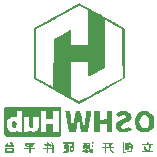
<source format=gbo>
G04 Layer: BottomSilkLayer*
G04 EasyEDA v6.3.53, 2020-06-11T19:48:03+08:00*
G04 f0918c685c5a4818851a522c051890eb,45e1048b23574a55a66a4e5d38cdb7dd,10*
G04 Gerber Generator version 0.2*
G04 Scale: 100 percent, Rotated: No, Reflected: No *
G04 Dimensions in inches *
G04 leading zeros omitted , absolute positions ,2 integer and 4 decimal *
%FSLAX24Y24*%
%MOIN*%
G90*
G70D02*


%LPD*%

%LPD*%
G36*
G01X7363Y8199D02*
G01X7359Y8199D01*
G01X7357Y8198D01*
G01X7354Y8197D01*
G01X7349Y8194D01*
G01X7342Y8190D01*
G01X7334Y8186D01*
G01X7324Y8180D01*
G01X7313Y8173D01*
G01X7300Y8166D01*
G01X7285Y8158D01*
G01X7269Y8150D01*
G01X7252Y8140D01*
G01X7234Y8130D01*
G01X7214Y8119D01*
G01X7193Y8107D01*
G01X7171Y8095D01*
G01X7123Y8069D01*
G01X7098Y8055D01*
G01X7044Y8025D01*
G01X7016Y8009D01*
G01X6987Y7993D01*
G01X6957Y7976D01*
G01X6895Y7942D01*
G01X6863Y7924D01*
G01X6797Y7888D01*
G01X6763Y7869D01*
G01X6728Y7850D01*
G01X6694Y7830D01*
G01X6659Y7811D01*
G01X6627Y7794D01*
G01X6596Y7776D01*
G01X6565Y7759D01*
G01X6535Y7742D01*
G01X6504Y7726D01*
G01X6474Y7709D01*
G01X6387Y7661D01*
G01X6359Y7646D01*
G01X6331Y7630D01*
G01X6305Y7616D01*
G01X6278Y7601D01*
G01X6252Y7587D01*
G01X6227Y7573D01*
G01X6202Y7560D01*
G01X6156Y7534D01*
G01X6134Y7522D01*
G01X6112Y7511D01*
G01X6072Y7489D01*
G01X6053Y7479D01*
G01X6036Y7469D01*
G01X6019Y7460D01*
G01X6003Y7452D01*
G01X5989Y7444D01*
G01X5963Y7430D01*
G01X5952Y7425D01*
G01X5942Y7419D01*
G01X5933Y7415D01*
G01X5926Y7411D01*
G01X5919Y7408D01*
G01X5914Y7405D01*
G01X5911Y7404D01*
G01X5850Y7377D01*
G01X5850Y5684D01*
G01X5964Y5627D01*
G01X5974Y5621D01*
G01X5985Y5616D01*
G01X5997Y5609D01*
G01X6010Y5602D01*
G01X6040Y5586D01*
G01X6056Y5577D01*
G01X6092Y5557D01*
G01X6111Y5547D01*
G01X6131Y5536D01*
G01X6152Y5525D01*
G01X6174Y5513D01*
G01X6197Y5500D01*
G01X6220Y5488D01*
G01X6244Y5474D01*
G01X6269Y5461D01*
G01X6294Y5447D01*
G01X6320Y5432D01*
G01X6347Y5418D01*
G01X6374Y5403D01*
G01X6402Y5388D01*
G01X6458Y5356D01*
G01X6516Y5324D01*
G01X6546Y5308D01*
G01X6576Y5291D01*
G01X6606Y5275D01*
G01X6636Y5258D01*
G01X6667Y5241D01*
G01X6697Y5223D01*
G01X7370Y4850D01*
G01X7481Y4911D01*
G01X7487Y4915D01*
G01X7494Y4919D01*
G01X7502Y4923D01*
G01X7511Y4928D01*
G01X7522Y4934D01*
G01X7534Y4941D01*
G01X7547Y4948D01*
G01X7560Y4956D01*
G01X7576Y4964D01*
G01X7591Y4973D01*
G01X7608Y4982D01*
G01X7626Y4992D01*
G01X7645Y5003D01*
G01X7664Y5013D01*
G01X7685Y5025D01*
G01X7706Y5036D01*
G01X7728Y5048D01*
G01X7774Y5074D01*
G01X7798Y5087D01*
G01X7822Y5101D01*
G01X7848Y5115D01*
G01X7873Y5129D01*
G01X7981Y5189D01*
G01X8009Y5205D01*
G01X8038Y5221D01*
G01X8066Y5236D01*
G01X8095Y5253D01*
G01X8124Y5269D01*
G01X8154Y5285D01*
G01X8183Y5301D01*
G01X8213Y5318D01*
G01X8243Y5334D01*
G01X8893Y5696D01*
G01X8893Y7357D01*
G01X8510Y7573D01*
G01X8492Y7583D01*
G01X8473Y7593D01*
G01X8435Y7615D01*
G01X8415Y7626D01*
G01X8394Y7637D01*
G01X8331Y7673D01*
G01X8287Y7697D01*
G01X8242Y7723D01*
G01X8219Y7735D01*
G01X8197Y7748D01*
G01X8174Y7761D01*
G01X8151Y7773D01*
G01X8059Y7825D01*
G01X8037Y7838D01*
G01X8014Y7850D01*
G01X7992Y7863D01*
G01X7969Y7875D01*
G01X7926Y7899D01*
G01X7884Y7923D01*
G01X7863Y7934D01*
G01X7843Y7946D01*
G01X7823Y7957D01*
G01X7804Y7967D01*
G01X7785Y7978D01*
G01X7767Y7988D01*
G01X7750Y7998D01*
G01X7711Y8019D01*
G01X7674Y8040D01*
G01X7602Y8078D01*
G01X7569Y8096D01*
G01X7537Y8113D01*
G01X7507Y8129D01*
G01X7480Y8143D01*
G01X7455Y8156D01*
G01X7432Y8168D01*
G01X7411Y8178D01*
G01X7394Y8186D01*
G01X7381Y8192D01*
G01X7370Y8197D01*
G01X7363Y8199D01*
G37*

%LPC*%
G36*
G01X8240Y7642D02*
G01X8220Y7643D01*
G01X8220Y6045D01*
G01X7668Y5735D01*
G01X7653Y6250D01*
G01X7089Y6250D01*
G01X7089Y5076D01*
G01X7373Y4930D01*
G01X7776Y5153D01*
G01X7797Y5165D01*
G01X7819Y5177D01*
G01X7841Y5190D01*
G01X7864Y5202D01*
G01X7910Y5228D01*
G01X7982Y5267D01*
G01X8006Y5281D01*
G01X8031Y5294D01*
G01X8056Y5308D01*
G01X8080Y5321D01*
G01X8154Y5362D01*
G01X8178Y5376D01*
G01X8203Y5389D01*
G01X8227Y5402D01*
G01X8250Y5415D01*
G01X8274Y5428D01*
G01X8297Y5440D01*
G01X8319Y5453D01*
G01X8363Y5477D01*
G01X8384Y5488D01*
G01X8404Y5500D01*
G01X8424Y5510D01*
G01X8443Y5521D01*
G01X8461Y5531D01*
G01X8479Y5540D01*
G01X8496Y5549D01*
G01X8812Y5721D01*
G01X8806Y6530D01*
G01X8799Y7338D01*
G01X8530Y7488D01*
G01X8493Y7509D01*
G01X8458Y7529D01*
G01X8424Y7547D01*
G01X8391Y7565D01*
G01X8361Y7581D01*
G01X8334Y7596D01*
G01X8309Y7609D01*
G01X8255Y7636D01*
G01X8246Y7640D01*
G01X8240Y7642D01*
G37*
G36*
G01X7364Y8121D02*
G01X7358Y8121D01*
G01X7342Y8113D01*
G01X7331Y8107D01*
G01X7317Y8099D01*
G01X7301Y8090D01*
G01X7282Y8080D01*
G01X7262Y8069D01*
G01X7239Y8056D01*
G01X7214Y8042D01*
G01X7188Y8028D01*
G01X7160Y8012D01*
G01X7130Y7996D01*
G01X7098Y7979D01*
G01X7066Y7961D01*
G01X7032Y7942D01*
G01X6997Y7923D01*
G01X6961Y7903D01*
G01X6924Y7882D01*
G01X6887Y7862D01*
G01X6863Y7849D01*
G01X6839Y7835D01*
G01X6814Y7822D01*
G01X6790Y7808D01*
G01X6740Y7780D01*
G01X6664Y7738D01*
G01X6639Y7725D01*
G01X6514Y7655D01*
G01X6490Y7642D01*
G01X6467Y7629D01*
G01X6443Y7616D01*
G01X6397Y7590D01*
G01X6375Y7578D01*
G01X6354Y7566D01*
G01X6333Y7555D01*
G01X6293Y7533D01*
G01X6275Y7522D01*
G01X6256Y7512D01*
G01X6239Y7503D01*
G01X6223Y7494D01*
G01X6208Y7485D01*
G01X6193Y7477D01*
G01X6180Y7470D01*
G01X5931Y7331D01*
G01X5931Y5721D01*
G01X6189Y5579D01*
G01X6224Y5560D01*
G01X6258Y5542D01*
G01X6291Y5524D01*
G01X6322Y5507D01*
G01X6352Y5491D01*
G01X6378Y5477D01*
G01X6402Y5464D01*
G01X6442Y5444D01*
G01X6456Y5436D01*
G01X6465Y5432D01*
G01X6471Y5429D01*
G01X6496Y5421D01*
G01X6510Y7009D01*
G01X6779Y7158D01*
G01X6816Y7178D01*
G01X6851Y7198D01*
G01X6885Y7216D01*
G01X6918Y7234D01*
G01X6948Y7250D01*
G01X6975Y7264D01*
G01X7000Y7277D01*
G01X7022Y7288D01*
G01X7040Y7296D01*
G01X7054Y7303D01*
G01X7064Y7307D01*
G01X7069Y7308D01*
G01X7089Y7308D01*
G01X7089Y6792D01*
G01X7655Y6792D01*
G01X7655Y7974D01*
G01X7513Y8051D01*
G01X7485Y8066D01*
G01X7457Y8080D01*
G01X7432Y8092D01*
G01X7409Y8103D01*
G01X7390Y8112D01*
G01X7375Y8118D01*
G01X7364Y8121D01*
G37*

%LPD*%
G36*
G01X7056Y4599D02*
G01X6894Y4599D01*
G01X6909Y4541D01*
G01X6912Y4531D01*
G01X6915Y4517D01*
G01X6918Y4499D01*
G01X6923Y4478D01*
G01X6927Y4454D01*
G01X6932Y4428D01*
G01X6938Y4400D01*
G01X6943Y4369D01*
G01X6949Y4338D01*
G01X6955Y4305D01*
G01X6961Y4271D01*
G01X6973Y4204D01*
G01X6979Y4171D01*
G01X6985Y4139D01*
G01X6991Y4108D01*
G01X6997Y4079D01*
G01X7002Y4051D01*
G01X7007Y4026D01*
G01X7011Y4004D01*
G01X7016Y3984D01*
G01X7019Y3968D01*
G01X7022Y3956D01*
G01X7025Y3948D01*
G01X7039Y3903D01*
G01X7244Y3903D01*
G01X7278Y4076D01*
G01X7285Y4113D01*
G01X7293Y4148D01*
G01X7300Y4182D01*
G01X7307Y4214D01*
G01X7314Y4242D01*
G01X7321Y4267D01*
G01X7326Y4286D01*
G01X7330Y4299D01*
G01X7348Y4347D01*
G01X7384Y4157D01*
G01X7391Y4118D01*
G01X7398Y4081D01*
G01X7406Y4046D01*
G01X7413Y4013D01*
G01X7419Y3985D01*
G01X7424Y3962D01*
G01X7429Y3945D01*
G01X7432Y3935D01*
G01X7445Y3903D01*
G01X7644Y3903D01*
G01X7689Y4141D01*
G01X7699Y4191D01*
G01X7703Y4217D01*
G01X7713Y4268D01*
G01X7718Y4293D01*
G01X7722Y4318D01*
G01X7726Y4342D01*
G01X7731Y4365D01*
G01X7735Y4387D01*
G01X7738Y4408D01*
G01X7742Y4428D01*
G01X7745Y4446D01*
G01X7747Y4463D01*
G01X7750Y4477D01*
G01X7752Y4489D01*
G01X7769Y4599D01*
G01X7607Y4599D01*
G01X7577Y4405D01*
G01X7569Y4351D01*
G01X7565Y4323D01*
G01X7562Y4297D01*
G01X7558Y4271D01*
G01X7556Y4246D01*
G01X7553Y4223D01*
G01X7551Y4202D01*
G01X7549Y4182D01*
G01X7547Y4165D01*
G01X7546Y4151D01*
G01X7546Y4140D01*
G01X7545Y4070D01*
G01X7523Y4109D01*
G01X7519Y4116D01*
G01X7515Y4127D01*
G01X7510Y4142D01*
G01X7505Y4159D01*
G01X7499Y4180D01*
G01X7493Y4203D01*
G01X7486Y4228D01*
G01X7480Y4254D01*
G01X7473Y4282D01*
G01X7459Y4342D01*
G01X7452Y4373D01*
G01X7404Y4599D01*
G01X7256Y4599D01*
G01X7160Y4109D01*
G01X7123Y4109D01*
G01X7104Y4296D01*
G01X7100Y4335D01*
G01X7096Y4373D01*
G01X7091Y4410D01*
G01X7087Y4445D01*
G01X7082Y4476D01*
G01X7078Y4504D01*
G01X7074Y4526D01*
G01X7071Y4541D01*
G01X7056Y4599D01*
G37*

%LPD*%
G36*
G01X8059Y4599D02*
G01X7870Y4599D01*
G01X7870Y3903D01*
G01X8059Y3903D01*
G01X8059Y4186D01*
G01X8301Y4186D01*
G01X8301Y3903D01*
G01X8463Y3903D01*
G01X8463Y4599D01*
G01X8304Y4599D01*
G01X8296Y4463D01*
G01X8287Y4328D01*
G01X8059Y4312D01*
G01X8059Y4599D01*
G37*

%LPD*%
G36*
G01X8940Y4599D02*
G01X8756Y4599D01*
G01X8674Y4559D01*
G01X8592Y4518D01*
G01X8637Y4471D01*
G01X8681Y4424D01*
G01X8831Y4478D01*
G01X8876Y4462D01*
G01X8920Y4446D01*
G01X8920Y4375D01*
G01X8806Y4327D01*
G01X8782Y4317D01*
G01X8758Y4306D01*
G01X8734Y4294D01*
G01X8711Y4282D01*
G01X8690Y4271D01*
G01X8672Y4260D01*
G01X8656Y4251D01*
G01X8644Y4242D01*
G01X8597Y4204D01*
G01X8597Y4009D01*
G01X8739Y3903D01*
G01X8972Y3903D01*
G01X9040Y3932D01*
G01X9109Y3962D01*
G01X9109Y3994D01*
G01X9106Y4008D01*
G01X9098Y4024D01*
G01X9087Y4040D01*
G01X9073Y4053D01*
G01X9038Y4081D01*
G01X8844Y4024D01*
G01X8759Y4056D01*
G01X8759Y4124D01*
G01X8907Y4194D01*
G01X9056Y4264D01*
G01X9110Y4400D01*
G01X9094Y4447D01*
G01X9079Y4494D01*
G01X9009Y4547D01*
G01X8940Y4599D01*
G37*

%LPD*%
G36*
G01X9673Y4599D02*
G01X9461Y4599D01*
G01X9325Y4540D01*
G01X9245Y4422D01*
G01X9228Y4323D01*
G01X9211Y4223D01*
G01X9242Y4115D01*
G01X9272Y4008D01*
G01X9342Y3955D01*
G01X9412Y3903D01*
G01X9673Y3903D01*
G01X9761Y3978D01*
G01X9850Y4053D01*
G01X9850Y4448D01*
G01X9761Y4524D01*
G01X9673Y4599D01*
G37*

%LPC*%
G36*
G01X9594Y4470D02*
G01X9494Y4470D01*
G01X9453Y4425D01*
G01X9435Y4403D01*
G01X9418Y4376D01*
G01X9403Y4348D01*
G01X9393Y4321D01*
G01X9374Y4263D01*
G01X9392Y4185D01*
G01X9410Y4108D01*
G01X9490Y4032D01*
G01X9618Y4032D01*
G01X9660Y4089D01*
G01X9701Y4146D01*
G01X9701Y4367D01*
G01X9594Y4470D01*
G37*

%LPD*%
G36*
G01X6730Y4754D02*
G01X4883Y4754D01*
G01X4866Y4669D01*
G01X4850Y4583D01*
G01X4858Y4190D01*
G01X4867Y3797D01*
G01X4948Y3748D01*
G01X6681Y3748D01*
G01X6766Y3779D01*
G01X6766Y4719D01*
G01X6748Y4737D01*
G01X6730Y4754D01*
G37*

%LPC*%
G36*
G01X5446Y4599D02*
G01X5284Y4599D01*
G01X5284Y4365D01*
G01X5232Y4392D01*
G01X5209Y4402D01*
G01X5183Y4411D01*
G01X5158Y4416D01*
G01X5137Y4419D01*
G01X5094Y4419D01*
G01X5027Y4355D01*
G01X4961Y4292D01*
G01X4961Y4086D01*
G01X5014Y3953D01*
G01X5084Y3923D01*
G01X5153Y3892D01*
G01X5311Y3950D01*
G01X5311Y3903D01*
G01X5446Y3903D01*
G01X5446Y4599D01*
G37*
G36*
G01X5688Y4393D02*
G01X5527Y4393D01*
G01X5527Y3903D01*
G01X5657Y3903D01*
G01X5667Y3930D01*
G01X5676Y3958D01*
G01X5748Y3927D01*
G01X5819Y3896D01*
G01X5952Y3928D01*
G01X5982Y4009D01*
G01X6012Y4091D01*
G01X6012Y4393D01*
G01X5823Y4393D01*
G01X5823Y4032D01*
G01X5788Y4032D01*
G01X5772Y4034D01*
G01X5754Y4040D01*
G01X5736Y4050D01*
G01X5721Y4062D01*
G01X5688Y4093D01*
G01X5688Y4393D01*
G37*
G36*
G01X6254Y4599D02*
G01X6093Y4599D01*
G01X6093Y3903D01*
G01X6254Y3903D01*
G01X6254Y4186D01*
G01X6496Y4186D01*
G01X6496Y3903D01*
G01X6685Y3903D01*
G01X6685Y4599D01*
G01X6496Y4599D01*
G01X6496Y4341D01*
G01X6254Y4341D01*
G01X6254Y4599D01*
G37*

%LPD*%
G36*
G01X5188Y4290D02*
G01X5151Y4290D01*
G01X5134Y4225D01*
G01X5117Y4161D01*
G01X5134Y4094D01*
G01X5152Y4028D01*
G01X5211Y4036D01*
G01X5271Y4044D01*
G01X5288Y4215D01*
G01X5256Y4253D01*
G01X5241Y4267D01*
G01X5223Y4278D01*
G01X5204Y4286D01*
G01X5188Y4290D01*
G37*

%LPD*%
G36*
G01X7846Y3567D02*
G01X7819Y3567D01*
G01X7807Y3565D01*
G01X7795Y3559D01*
G01X7784Y3551D01*
G01X7776Y3541D01*
G01X7759Y3515D01*
G01X7786Y3515D01*
G01X7798Y3517D01*
G01X7810Y3523D01*
G01X7821Y3531D01*
G01X7830Y3541D01*
G01X7846Y3567D01*
G37*

%LPD*%
G36*
G01X7827Y3462D02*
G01X7816Y3464D01*
G01X7806Y3462D01*
G01X7797Y3456D01*
G01X7791Y3448D01*
G01X7789Y3438D01*
G01X7791Y3428D01*
G01X7797Y3420D01*
G01X7806Y3414D01*
G01X7816Y3412D01*
G01X7827Y3414D01*
G01X7835Y3420D01*
G01X7841Y3428D01*
G01X7843Y3438D01*
G01X7841Y3448D01*
G01X7835Y3456D01*
G01X7827Y3462D01*
G37*

%LPD*%
G36*
G01X5144Y3535D02*
G01X5084Y3596D01*
G01X5064Y3540D01*
G01X5130Y3464D01*
G01X4988Y3464D01*
G01X4988Y3549D01*
G01X4934Y3503D01*
G01X4913Y3483D01*
G01X4896Y3465D01*
G01X4885Y3450D01*
G01X4880Y3440D01*
G01X4880Y3423D01*
G01X5204Y3411D01*
G01X5204Y3442D01*
G01X5199Y3459D01*
G01X5186Y3482D01*
G01X5167Y3509D01*
G01X5144Y3535D01*
G37*

%LPD*%
G36*
G01X9067Y3560D02*
G01X9053Y3564D01*
G01X9039Y3561D01*
G01X9024Y3550D01*
G01X9008Y3534D01*
G01X8989Y3510D01*
G01X8947Y3452D01*
G01X8947Y3541D01*
G01X8893Y3541D01*
G01X8893Y3309D01*
G01X8947Y3309D01*
G01X8955Y3451D01*
G01X8967Y3380D01*
G01X8978Y3309D01*
G01X9053Y3309D01*
G01X9038Y3348D01*
G01X9022Y3386D01*
G01X9082Y3386D01*
G01X9082Y3252D01*
G01X9014Y3268D01*
G01X8947Y3284D01*
G01X8947Y3232D01*
G01X9130Y3232D01*
G01X9153Y3451D01*
G01X9114Y3509D01*
G01X9097Y3533D01*
G01X9082Y3550D01*
G01X9067Y3560D01*
G37*

%LPC*%
G36*
G01X9067Y3488D02*
G01X9056Y3490D01*
G01X9046Y3488D01*
G01X9034Y3482D01*
G01X9023Y3474D01*
G01X9014Y3464D01*
G01X8998Y3438D01*
G01X9082Y3438D01*
G01X9082Y3464D01*
G01X9080Y3474D01*
G01X9075Y3482D01*
G01X9067Y3488D01*
G37*

%LPD*%
G36*
G01X9660Y3561D02*
G01X9639Y3606D01*
G01X9628Y3561D01*
G01X9617Y3515D01*
G01X9456Y3515D01*
G01X9489Y3464D01*
G01X9697Y3464D01*
G01X9688Y3282D01*
G01X9610Y3296D01*
G01X9579Y3421D01*
G01X9546Y3432D01*
G01X9523Y3436D01*
G01X9515Y3428D01*
G01X9520Y3400D01*
G01X9539Y3350D01*
G01X9565Y3283D01*
G01X9459Y3283D01*
G01X9459Y3232D01*
G01X9836Y3232D01*
G01X9836Y3283D01*
G01X9732Y3283D01*
G01X9742Y3464D01*
G01X9809Y3464D01*
G01X9809Y3515D01*
G01X9680Y3515D01*
G01X9660Y3561D01*
G37*

%LPD*%
G36*
G01X5177Y3386D02*
G01X4907Y3386D01*
G01X4907Y3219D01*
G01X5177Y3219D01*
G01X5177Y3386D01*
G37*

%LPC*%
G36*
G01X5123Y3335D02*
G01X4961Y3335D01*
G01X4961Y3283D01*
G01X5123Y3283D01*
G01X5123Y3335D01*
G37*

%LPD*%
G36*
G01X7003Y3564D02*
G01X6819Y3566D01*
G01X6819Y3515D01*
G01X6941Y3509D01*
G01X6894Y3498D01*
G01X6847Y3486D01*
G01X6847Y3335D01*
G01X6927Y3335D01*
G01X6927Y3278D01*
G01X6874Y3265D01*
G01X6820Y3251D01*
G01X6832Y3233D01*
G01X6845Y3214D01*
G01X6936Y3219D01*
G01X6974Y3223D01*
G01X7010Y3228D01*
G01X7040Y3236D01*
G01X7060Y3243D01*
G01X7092Y3262D01*
G01X7131Y3248D01*
G01X7170Y3233D01*
G01X7174Y3290D01*
G01X7175Y3304D01*
G01X7176Y3321D01*
G01X7177Y3341D01*
G01X7179Y3385D01*
G01X7180Y3409D01*
G01X7182Y3455D01*
G01X7186Y3563D01*
G01X7003Y3564D01*
G37*

%LPC*%
G36*
G01X7116Y3438D02*
G01X7116Y3515D01*
G01X6941Y3509D01*
G01X6990Y3497D01*
G01X7040Y3485D01*
G01X7031Y3371D01*
G01X7021Y3257D01*
G01X7062Y3257D01*
G01X7062Y3438D01*
G01X7116Y3438D01*
G37*
G36*
G01X7143Y3386D02*
G01X7089Y3386D01*
G01X7089Y3309D01*
G01X7143Y3309D01*
G01X7143Y3386D01*
G37*

%LPD*%
G36*
G01X5877Y3541D02*
G01X5550Y3541D01*
G01X5569Y3483D01*
G01X5584Y3440D01*
G01X5597Y3417D01*
G01X5610Y3411D01*
G01X5625Y3420D01*
G01X5642Y3437D01*
G01X5578Y3511D01*
G01X5688Y3484D01*
G01X5688Y3386D01*
G01X5527Y3386D01*
G01X5527Y3335D01*
G01X5688Y3335D01*
G01X5688Y3206D01*
G01X5742Y3206D01*
G01X5742Y3335D01*
G01X5877Y3335D01*
G01X5877Y3386D01*
G01X5742Y3386D01*
G01X5742Y3490D01*
G01X5794Y3490D01*
G01X5779Y3451D01*
G01X5763Y3412D01*
G01X5823Y3412D01*
G01X5823Y3490D01*
G01X5850Y3490D01*
G01X5860Y3492D01*
G01X5869Y3497D01*
G01X5875Y3505D01*
G01X5877Y3515D01*
G01X5877Y3541D01*
G37*

%LPD*%
G36*
G01X6313Y3565D02*
G01X6300Y3566D01*
G01X6290Y3563D01*
G01X6283Y3555D01*
G01X6281Y3541D01*
G01X6281Y3515D01*
G01X6200Y3515D01*
G01X6200Y3492D01*
G01X6203Y3482D01*
G01X6212Y3472D01*
G01X6225Y3462D01*
G01X6240Y3455D01*
G01X6256Y3447D01*
G01X6269Y3436D01*
G01X6278Y3425D01*
G01X6281Y3413D01*
G01X6281Y3386D01*
G01X6173Y3386D01*
G01X6173Y3335D01*
G01X6281Y3335D01*
G01X6281Y3203D01*
G01X6335Y3235D01*
G01X6335Y3335D01*
G01X6443Y3335D01*
G01X6443Y3386D01*
G01X6335Y3386D01*
G01X6335Y3470D01*
G01X6411Y3410D01*
G01X6428Y3436D01*
G01X6444Y3462D01*
G01X6390Y3515D01*
G01X6368Y3534D01*
G01X6348Y3548D01*
G01X6329Y3559D01*
G01X6313Y3565D01*
G37*

%LPD*%
G36*
G01X6439Y3567D02*
G01X6414Y3567D01*
G01X6442Y3517D01*
G01X6469Y3467D01*
G01X6469Y3203D01*
G01X6493Y3217D01*
G01X6518Y3231D01*
G01X6541Y3451D01*
G01X6502Y3509D01*
G01X6485Y3532D01*
G01X6467Y3550D01*
G01X6451Y3563D01*
G01X6439Y3567D01*
G37*

%LPD*%
G36*
G01X8456Y3513D02*
G01X8503Y3540D01*
G01X8328Y3538D01*
G01X8153Y3537D01*
G01X8186Y3524D01*
G01X8220Y3511D01*
G01X8220Y3412D01*
G01X8139Y3412D01*
G01X8139Y3361D01*
G01X8220Y3361D01*
G01X8220Y3206D01*
G01X8274Y3206D01*
G01X8274Y3361D01*
G01X8382Y3361D01*
G01X8382Y3291D01*
G01X8484Y3203D01*
G01X8516Y3252D01*
G01X8476Y3284D01*
G01X8460Y3298D01*
G01X8447Y3313D01*
G01X8439Y3327D01*
G01X8435Y3338D01*
G01X8435Y3361D01*
G01X8516Y3361D01*
G01X8516Y3412D01*
G01X8409Y3412D01*
G01X8409Y3487D01*
G01X8456Y3513D01*
G37*

%LPC*%
G36*
G01X8355Y3515D02*
G01X8274Y3515D01*
G01X8274Y3412D01*
G01X8355Y3412D01*
G01X8355Y3515D01*
G37*

%LPD*%
G36*
G01X7735Y3541D02*
G01X7607Y3541D01*
G01X7480Y3540D01*
G01X7560Y3486D01*
G01X7527Y3473D01*
G01X7493Y3459D01*
G01X7493Y3335D01*
G01X7540Y3333D01*
G01X7587Y3332D01*
G01X7463Y3284D01*
G01X7480Y3257D01*
G01X7498Y3229D01*
G01X7574Y3290D01*
G01X7574Y3200D01*
G01X7621Y3219D01*
G01X7642Y3226D01*
G01X7664Y3235D01*
G01X7685Y3243D01*
G01X7702Y3250D01*
G01X7735Y3263D01*
G01X7735Y3211D01*
G01X7789Y3224D01*
G01X7823Y3236D01*
G01X7839Y3253D01*
G01X7840Y3279D01*
G01X7827Y3318D01*
G01X7812Y3357D01*
G01X7773Y3343D01*
G01X7735Y3329D01*
G01X7735Y3541D01*
G37*

%LPC*%
G36*
G01X7708Y3288D02*
G01X7707Y3399D01*
G01X7688Y3371D01*
G01X7677Y3359D01*
G01X7662Y3347D01*
G01X7645Y3337D01*
G01X7628Y3330D01*
G01X7589Y3318D01*
G01X7648Y3303D01*
G01X7708Y3288D01*
G37*
G36*
G01X7589Y3384D02*
G01X7538Y3386D01*
G01X7554Y3371D01*
G01X7570Y3355D01*
G01X7606Y3369D01*
G01X7641Y3382D01*
G01X7589Y3384D01*
G37*
G36*
G01X7665Y3513D02*
G01X7655Y3515D01*
G01X7644Y3513D01*
G01X7635Y3508D01*
G01X7630Y3500D01*
G01X7627Y3490D01*
G01X7630Y3480D01*
G01X7635Y3471D01*
G01X7644Y3466D01*
G01X7655Y3464D01*
G01X7665Y3466D01*
G01X7673Y3471D01*
G01X7679Y3480D01*
G01X7681Y3490D01*
G01X7679Y3500D01*
G01X7673Y3508D01*
G01X7665Y3513D01*
G37*

%LPD*%
G36*
G01X8867Y3567D02*
G01X8813Y3567D01*
G01X8813Y3230D01*
G01X8854Y3215D01*
G01X8896Y3200D01*
G01X8934Y3239D01*
G01X8900Y3250D01*
G01X8867Y3262D01*
G01X8867Y3567D01*
G37*

%LPD*%
M00*
M02*

</source>
